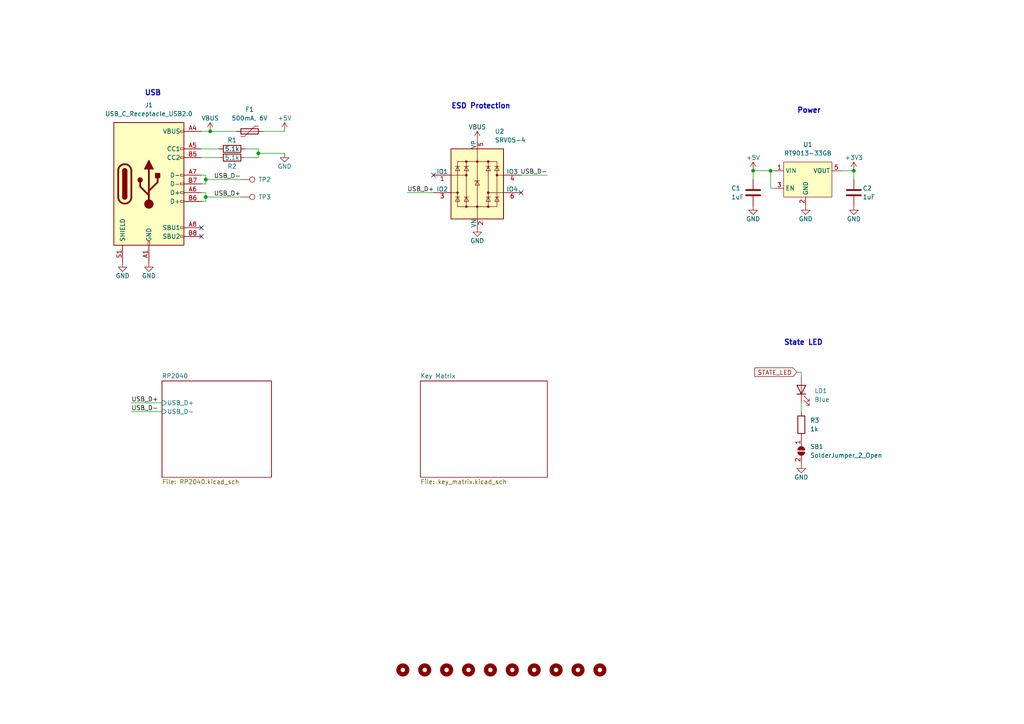
<source format=kicad_sch>
(kicad_sch (version 20230121) (generator eeschema)
  (paper "A4")
  (title_block (title "Calcite52 Keyboard") (rev "1.0") (comment 1 "MIT License (Open source hardware)"))
  (lib_symbols
    (symbol "Connector:TestPoint" (pin_numbers hide) (pin_names (offset 0.762) hide)
      (property "Reference" "TP" (at 0 6.858 0))
      (property "Value" "TestPoint" (at 0 5.08 0))
      (symbol "TestPoint_0_1"
        (circle (center 0 3.302) (radius 0.762))
      )
      (symbol "TestPoint_1_1"
        (pin passive line (at 0 0 90) (length 2.54) (name "1") (number "1"))
      )
    )
    (symbol "Connector:USB_C_Receptacle_USB2.0" (pin_names (offset 1.016))
      (property "Reference" "J" (at -10.16 19.05 0))
      (property "Value" "USB_C_Receptacle_USB2.0" (at 19.05 19.05 0))
      (symbol "USB_C_Receptacle_USB2.0_0_0"
        (rectangle (start -0.254 -17.78) (end 0.254 -16.764))
        (rectangle (start 10.16 -14.986) (end 9.144 -15.494))
        (rectangle (start 10.16 -12.446) (end 9.144 -12.954))
        (rectangle (start 10.16 -4.826) (end 9.144 -5.334))
        (rectangle (start 10.16 -2.286) (end 9.144 -2.794))
        (rectangle (start 10.16 0.254) (end 9.144 -0.254))
        (rectangle (start 10.16 2.794) (end 9.144 2.286))
        (rectangle (start 10.16 7.874) (end 9.144 7.366))
        (rectangle (start 10.16 10.414) (end 9.144 9.906))
        (rectangle (start 10.16 15.494) (end 9.144 14.986))
      )
      (symbol "USB_C_Receptacle_USB2.0_0_1"
        (rectangle (start -10.16 17.78) (end 10.16 -17.78) (stroke (width 0.254)) (fill (type background)))
        (arc (start -8.89 -3.81) (mid -6.985 -5.7067) (end -5.08 -3.81) (stroke (width 0.508)))
        (arc (start -7.62 -3.81) (mid -6.985 -4.4423) (end -6.35 -3.81) (stroke (width 0.254)))
        (arc (start -7.62 -3.81) (mid -6.985 -4.4423) (end -6.35 -3.81) (stroke (width 0.254)) (fill (type outline)))
        (rectangle (start -7.62 -3.81) (end -6.35 3.81) (stroke (width 0.254)) (fill (type outline)))
        (arc (start -6.35 3.81) (mid -6.985 4.4423) (end -7.62 3.81) (stroke (width 0.254)))
        (arc (start -6.35 3.81) (mid -6.985 4.4423) (end -7.62 3.81) (stroke (width 0.254)) (fill (type outline)))
        (arc (start -5.08 3.81) (mid -6.985 5.7067) (end -8.89 3.81) (stroke (width 0.508)))
        (circle (center -2.54 1.143) (radius 0.635) (stroke (width 0.254)) (fill (type outline)))
        (circle (center 0 -5.842) (radius 1.27) (fill (type outline)))
        (polyline (pts (xy -8.89 -3.81) (xy -8.89 3.81)) (stroke (width 0.508)))
        (polyline (pts (xy -5.08 3.81) (xy -5.08 -3.81)) (stroke (width 0.508)))
        (polyline (pts (xy 0 -5.842) (xy 0 4.318)) (stroke (width 0.508)))
        (polyline (pts (xy 0 -3.302) (xy -2.54 -0.762) (xy -2.54 0.508)) (stroke (width 0.508)))
        (polyline (pts (xy 0 -2.032) (xy 2.54 0.508) (xy 2.54 1.778)) (stroke (width 0.508)))
        (polyline (pts (xy -1.27 4.318) (xy 0 6.858) (xy 1.27 4.318) (xy -1.27 4.318)) (stroke (width 0.254)) (fill (type outline)))
        (rectangle (start 1.905 1.778) (end 3.175 3.048) (stroke (width 0.254)) (fill (type outline)))
      )
      (symbol "USB_C_Receptacle_USB2.0_1_1"
        (pin passive line (at 0 -22.86 90) (length 5.08) (name "GND") (number "A1"))
        (pin passive line (at 0 -22.86 90) (length 5.08) hide (name "GND") (number "A12"))
        (pin passive line (at 15.24 15.24 180) (length 5.08) (name "VBUS") (number "A4"))
        (pin bidirectional line (at 15.24 10.16 180) (length 5.08) (name "CC1") (number "A5"))
        (pin bidirectional line (at 15.24 -2.54 180) (length 5.08) (name "D+") (number "A6"))
        (pin bidirectional line (at 15.24 2.54 180) (length 5.08) (name "D-") (number "A7"))
        (pin bidirectional line (at 15.24 -12.7 180) (length 5.08) (name "SBU1") (number "A8"))
        (pin passive line (at 15.24 15.24 180) (length 5.08) hide (name "VBUS") (number "A9"))
        (pin passive line (at 0 -22.86 90) (length 5.08) hide (name "GND") (number "B1"))
        (pin passive line (at 0 -22.86 90) (length 5.08) hide (name "GND") (number "B12"))
        (pin passive line (at 15.24 15.24 180) (length 5.08) hide (name "VBUS") (number "B4"))
        (pin bidirectional line (at 15.24 7.62 180) (length 5.08) (name "CC2") (number "B5"))
        (pin bidirectional line (at 15.24 -5.08 180) (length 5.08) (name "D+") (number "B6"))
        (pin bidirectional line (at 15.24 0 180) (length 5.08) (name "D-") (number "B7"))
        (pin bidirectional line (at 15.24 -15.24 180) (length 5.08) (name "SBU2") (number "B8"))
        (pin passive line (at 15.24 15.24 180) (length 5.08) hide (name "VBUS") (number "B9"))
        (pin passive line (at -7.62 -22.86 90) (length 5.08) (name "SHIELD") (number "S1"))
      )
    )
    (symbol "Device:C" (pin_numbers hide) (pin_names (offset 0.254))
      (property "Reference" "C" (at 0.635 2.54 0))
      (property "Value" "C" (at 0.635 -2.54 0))
      (symbol "C_0_1"
        (polyline (pts (xy -2.032 -0.762) (xy 2.032 -0.762)) (stroke (width 0.508)))
        (polyline (pts (xy -2.032 0.762) (xy 2.032 0.762)) (stroke (width 0.508)))
      )
      (symbol "C_1_1"
        (pin passive line (at 0 3.81 270) (length 2.794) (name "~") (number "1"))
        (pin passive line (at 0 -3.81 90) (length 2.794) (name "~") (number "2"))
      )
    )
    (symbol "Device:LED" (pin_numbers hide) (pin_names (offset 1.016) hide)
      (property "Reference" "D" (at 0 2.54 0))
      (property "Value" "LED" (at 0 -2.54 0))
      (symbol "LED_0_1"
        (polyline (pts (xy -1.27 -1.27) (xy -1.27 1.27)) (stroke (width 0.254)))
        (polyline (pts (xy -1.27 0) (xy 1.27 0)))
        (polyline (pts (xy 1.27 -1.27) (xy 1.27 1.27) (xy -1.27 0) (xy 1.27 -1.27)) (stroke (width 0.254)))
        (polyline (pts (xy -3.048 -0.762) (xy -4.572 -2.286) (xy -3.81 -2.286) (xy -4.572 -2.286) (xy -4.572 -1.524)))
        (polyline (pts (xy -1.778 -0.762) (xy -3.302 -2.286) (xy -2.54 -2.286) (xy -3.302 -2.286) (xy -3.302 -1.524)))
      )
      (symbol "LED_1_1"
        (pin passive line (at -3.81 0 0) (length 2.54) (name "K") (number "1"))
        (pin passive line (at 3.81 0 180) (length 2.54) (name "A") (number "2"))
      )
    )
    (symbol "Device:Polyfuse" (pin_numbers hide) (pin_names (offset 0))
      (property "Reference" "F" (at -2.54 0 90))
      (property "Value" "Polyfuse" (at 2.54 0 90))
      (symbol "Polyfuse_0_1"
        (rectangle (start -0.762 2.54) (end 0.762 -2.54) (stroke (width 0.254)))
        (polyline (pts (xy 0 2.54) (xy 0 -2.54)))
        (polyline (pts (xy -1.524 2.54) (xy -1.524 1.524) (xy 1.524 -1.524) (xy 1.524 -2.54)))
      )
      (symbol "Polyfuse_1_1"
        (pin passive line (at 0 3.81 270) (length 1.27) (name "~") (number "1"))
        (pin passive line (at 0 -3.81 90) (length 1.27) (name "~") (number "2"))
      )
    )
    (symbol "Device:R" (pin_numbers hide) (pin_names (offset 0))
      (property "Reference" "R" (at 2.032 0 90))
      (property "Value" "R" (at 0 0 90))
      (symbol "R_0_1"
        (rectangle (start -1.016 -2.54) (end 1.016 2.54) (stroke (width 0.254)))
      )
      (symbol "R_1_1"
        (pin passive line (at 0 3.81 270) (length 1.27) (name "~") (number "1"))
        (pin passive line (at 0 -3.81 90) (length 1.27) (name "~") (number "2"))
      )
    )
    (symbol "Jumper:SolderJumper_2_Open" (pin_names (offset 0) hide)
      (property "Reference" "JP" (at 0 2.032 0))
      (property "Value" "SolderJumper_2_Open" (at 0 -2.54 0))
      (symbol "SolderJumper_2_Open_0_1"
        (arc (start -0.254 1.016) (mid -1.2656 0) (end -0.254 -1.016))
        (arc (start -0.254 1.016) (mid -1.2656 0) (end -0.254 -1.016) (fill (type outline)))
        (polyline (pts (xy -0.254 1.016) (xy -0.254 -1.016)))
        (polyline (pts (xy 0.254 1.016) (xy 0.254 -1.016)))
        (arc (start 0.254 -1.016) (mid 1.2656 0) (end 0.254 1.016))
        (arc (start 0.254 -1.016) (mid 1.2656 0) (end 0.254 1.016) (fill (type outline)))
      )
      (symbol "SolderJumper_2_Open_1_1"
        (pin passive line (at -3.81 0 0) (length 2.54) (name "A") (number "1"))
        (pin passive line (at 3.81 0 180) (length 2.54) (name "B") (number "2"))
      )
    )
    (symbol "Mechanical:MountingHole" (pin_names (offset 1.016))
      (property "Reference" "H" (at 0 5.08 0))
      (property "Value" "MountingHole" (at 0 3.175 0))
      (symbol "MountingHole_0_1"
        (circle (center 0 0) (radius 1.27) (stroke (width 1.27)))
      )
    )
    (symbol "Power_Protection:SRV05-4" (pin_names (offset 0))
      (property "Reference" "U" (at -5.08 11.43 0))
      (property "Value" "SRV05-4" (at 2.54 11.43 0))
      (symbol "SRV05-4_0_0"
        (rectangle (start -5.715 6.477) (end 5.715 -6.604))
        (polyline (pts (xy -3.175 -6.604) (xy -3.175 6.477)))
        (polyline (pts (xy 3.175 6.477) (xy 3.175 -6.604)))
      )
      (symbol "SRV05-4_0_1"
        (rectangle (start -7.62 10.16) (end 7.62 -10.16) (stroke (width 0.254)) (fill (type background)))
        (circle (center -5.715 -2.54) (radius 0.2794) (fill (type outline)))
        (circle (center -3.175 -6.604) (radius 0.2794) (fill (type outline)))
        (circle (center -3.175 2.54) (radius 0.2794) (fill (type outline)))
        (circle (center -3.175 6.477) (radius 0.2794) (fill (type outline)))
        (circle (center 0 -6.604) (radius 0.2794) (fill (type outline)))
        (polyline (pts (xy -7.747 2.54) (xy -3.175 2.54)))
        (polyline (pts (xy -7.62 -2.54) (xy -5.715 -2.54)))
        (polyline (pts (xy -5.08 -3.81) (xy -6.35 -3.81)))
        (polyline (pts (xy -5.08 5.08) (xy -6.35 5.08)))
        (polyline (pts (xy -2.54 -3.81) (xy -3.81 -3.81)))
        (polyline (pts (xy -2.54 5.08) (xy -3.81 5.08)))
        (polyline (pts (xy 0 10.16) (xy 0 -10.16)))
        (polyline (pts (xy 3.81 -3.81) (xy 2.54 -3.81)))
        (polyline (pts (xy 3.81 5.08) (xy 2.54 5.08)))
        (polyline (pts (xy 6.35 -3.81) (xy 5.08 -3.81)))
        (polyline (pts (xy 6.35 5.08) (xy 5.08 5.08)))
        (polyline (pts (xy 7.62 -2.54) (xy 3.175 -2.54)))
        (polyline (pts (xy 7.62 2.54) (xy 5.715 2.54)))
        (polyline (pts (xy 0.635 0.889) (xy -0.635 0.889) (xy -0.635 0.635)))
        (polyline (pts (xy -5.08 -5.08) (xy -6.35 -5.08) (xy -5.715 -3.81) (xy -5.08 -5.08)))
        (polyline (pts (xy -5.08 3.81) (xy -6.35 3.81) (xy -5.715 5.08) (xy -5.08 3.81)))
        (polyline (pts (xy -2.54 -5.08) (xy -3.81 -5.08) (xy -3.175 -3.81) (xy -2.54 -5.08)))
        (polyline (pts (xy -2.54 3.81) (xy -3.81 3.81) (xy -3.175 5.08) (xy -2.54 3.81)))
        (polyline (pts (xy 0.635 -0.381) (xy -0.635 -0.381) (xy 0 0.889) (xy 0.635 -0.381)))
        (polyline (pts (xy 3.81 -5.08) (xy 2.54 -5.08) (xy 3.175 -3.81) (xy 3.81 -5.08)))
        (polyline (pts (xy 3.81 3.81) (xy 2.54 3.81) (xy 3.175 5.08) (xy 3.81 3.81)))
        (polyline (pts (xy 6.35 -5.08) (xy 5.08 -5.08) (xy 5.715 -3.81) (xy 6.35 -5.08)))
        (polyline (pts (xy 6.35 3.81) (xy 5.08 3.81) (xy 5.715 5.08) (xy 6.35 3.81)))
        (circle (center 0 6.477) (radius 0.2794) (fill (type outline)))
        (circle (center 3.175 -6.604) (radius 0.2794) (fill (type outline)))
        (circle (center 3.175 -2.54) (radius 0.2794) (fill (type outline)))
        (circle (center 3.175 6.477) (radius 0.2794) (fill (type outline)))
        (circle (center 5.715 2.54) (radius 0.2794) (fill (type outline)))
      )
      (symbol "SRV05-4_1_1"
        (pin passive line (at -12.7 2.54 0) (length 5.08) (name "IO1") (number "1"))
        (pin passive line (at 0 -12.7 90) (length 2.54) (name "VN") (number "2"))
        (pin passive line (at -12.7 -2.54 0) (length 5.08) (name "IO2") (number "3"))
        (pin passive line (at 12.7 2.54 180) (length 5.08) (name "IO3") (number "4"))
        (pin passive line (at 0 12.7 270) (length 2.54) (name "VP") (number "5"))
        (pin passive line (at 12.7 -2.54 180) (length 5.08) (name "IO4") (number "6"))
      )
    )
    (symbol "power:+3V3" (power) (pin_names (offset 0))
      (property "Value" "+3V3" (at 0 3.556 0))
      (symbol "+3V3_0_1"
        (polyline (pts (xy -0.762 1.27) (xy 0 2.54)))
        (polyline (pts (xy 0 0) (xy 0 2.54)))
        (polyline (pts (xy 0 2.54) (xy 0.762 1.27)))
      )
      (symbol "+3V3_1_1"
        (pin power_in line (at 0 0 90) (length 0) hide (name "+3V3") (number "1"))
      )
    )
    (symbol "power:+5V" (power) (pin_names (offset 0))
      (property "Value" "+5V" (at 0 3.556 0))
      (symbol "+5V_0_1"
        (polyline (pts (xy -0.762 1.27) (xy 0 2.54)))
        (polyline (pts (xy 0 0) (xy 0 2.54)))
        (polyline (pts (xy 0 2.54) (xy 0.762 1.27)))
      )
      (symbol "+5V_1_1"
        (pin power_in line (at 0 0 90) (length 0) hide (name "+5V") (number "1"))
      )
    )
    (symbol "power:GND" (power) (pin_names (offset 0))
      (property "Value" "GND" (at 0 -3.81 0))
      (symbol "GND_0_1"
        (polyline (pts (xy 0 0) (xy 0 -1.27) (xy 1.27 -1.27) (xy 0 -2.54) (xy -1.27 -1.27) (xy 0 -1.27)))
      )
      (symbol "GND_1_1"
        (pin power_in line (at 0 0 270) (length 0) hide (name "GND") (number "1"))
      )
    )
    (symbol "power:VBUS" (power) (pin_names (offset 0))
      (property "Value" "VBUS" (at 0 3.81 0))
      (symbol "VBUS_0_1"
        (polyline (pts (xy -0.762 1.27) (xy 0 2.54)))
        (polyline (pts (xy 0 0) (xy 0 2.54)))
        (polyline (pts (xy 0 2.54) (xy 0.762 1.27)))
      )
      (symbol "VBUS_1_1"
        (pin power_in line (at 0 0 90) (length 0) hide (name "VBUS") (number "1"))
      )
    )
    (symbol "rp-micro:RT9013-33GB"
      (property "Reference" "U?" (at 0 8.89 0))
      (property "Value" "RT9013-33GB" (at 0 6.35 0))
      (symbol "RT9013-33GB_0_0"
        (pin no_connect non_logic (at 10.16 -2.54 180) (length 2.54) hide (name "NC") (number "4"))
      )
      (symbol "RT9013-33GB_0_1"
        (rectangle (start -6.35 5.08) (end 7.62 -5.08) (fill (type background)))
      )
      (symbol "RT9013-33GB_1_1"
        (pin power_in line (at -8.89 2.54 0) (length 2.54) (name "VIN") (number "1"))
        (pin power_in line (at 0 -7.62 90) (length 2.54) (name "GND") (number "2"))
        (pin input line (at -8.89 -2.54 0) (length 2.54) (name "EN") (number "3"))
        (pin power_out line (at 10.16 2.54 180) (length 2.54) (name "VOUT") (number "5"))
      )
    )
  )
  (junction (at 59.69 57.15))
  (junction (at 60.96 38.1))
  (junction (at 218.44 49.53))
  (junction (at 247.65 49.53))
  (junction (at 59.69 52.07))
  (junction (at 223.52 49.53))
  (junction (at 74.93 44.45))
  (no_connect (at 58.42 68.58))
  (no_connect (at 125.73 50.8))
  (no_connect (at 151.13 55.88))
  (no_connect (at 58.42 66.04))
  (wire (pts (xy 38.1 116.84) (xy 46.99 116.84)))
  (wire (pts (xy 74.93 45.72) (xy 71.12 45.72)))
  (wire (pts (xy 58.42 38.1) (xy 60.96 38.1)))
  (wire (pts (xy 243.84 49.53) (xy 247.65 49.53)))
  (wire (pts (xy 223.52 49.53) (xy 224.79 49.53)))
  (wire (pts (xy 82.55 38.1) (xy 76.2 38.1)))
  (wire (pts (xy 232.41 109.22) (xy 232.41 107.95)))
  (wire (pts (xy 59.69 52.07) (xy 59.69 53.34)))
  (wire (pts (xy 58.42 45.72) (xy 63.5 45.72)))
  (wire (pts (xy 59.69 53.34) (xy 58.42 53.34)))
  (wire (pts (xy 218.44 49.53) (xy 223.52 49.53)))
  (wire (pts (xy 74.93 43.18) (xy 74.93 44.45)))
  (wire (pts (xy 59.69 50.8) (xy 59.69 52.07)))
  (wire (pts (xy 158.75 50.8) (xy 151.13 50.8)))
  (wire (pts (xy 59.69 55.88) (xy 59.69 57.15)))
  (wire (pts (xy 74.93 44.45) (xy 74.93 45.72)))
  (wire (pts (xy 247.65 49.53) (xy 247.65 52.07)))
  (wire (pts (xy 224.79 54.61) (xy 223.52 54.61)))
  (wire (pts (xy 63.5 43.18) (xy 58.42 43.18)))
  (wire (pts (xy 74.93 44.45) (xy 82.55 44.45)))
  (wire (pts (xy 223.52 54.61) (xy 223.52 49.53)))
  (wire (pts (xy 58.42 50.8) (xy 59.69 50.8)))
  (wire (pts (xy 38.1 119.38) (xy 46.99 119.38)))
  (wire (pts (xy 218.44 49.53) (xy 218.44 52.07)))
  (wire (pts (xy 59.69 52.07) (xy 69.85 52.07)))
  (wire (pts (xy 58.42 55.88) (xy 59.69 55.88)))
  (wire (pts (xy 74.93 43.18) (xy 71.12 43.18)))
  (wire (pts (xy 68.58 38.1) (xy 60.96 38.1)))
  (wire (pts (xy 59.69 57.15) (xy 69.85 57.15)))
  (wire (pts (xy 59.69 57.15) (xy 59.69 58.42)))
  (wire (pts (xy 231.14 107.95) (xy 232.41 107.95)))
  (wire (pts (xy 118.11 55.88) (xy 125.73 55.88)))
  (wire (pts (xy 58.42 58.42) (xy 59.69 58.42)))
  (wire (pts (xy 232.41 119.38) (xy 232.41 116.84)))
  (text "ESD Protection" (at 130.81 31.75 0) (effects (font (size 1.5 1.5) (thickness 0.3) bold) (justify left bottom)))
  (text "State LED" (at 227.33 100.33 0) (effects (font (size 1.5 1.5) (thickness 0.3) bold) (justify left bottom)))
  (text "USB" (at 41.91 27.94 0) (effects (font (size 1.5 1.5) (thickness 0.3) bold) (justify left bottom)))
  (text "Power\n" (at 231.14 33.02 0) (effects (font (size 1.5 1.5) (thickness 0.3) bold) (justify left bottom)))
  (label "USB_D-" (at 69.85 52.07 180))
  (label "USB_D+" (at 69.85 57.15 180))
  (label "USB_D+" (at 38.1 116.84 0))
  (label "USB_D-" (at 158.75 50.8 180))
  (label "USB_D-" (at 38.1 119.38 0))
  (label "USB_D+" (at 118.11 55.88 0))
  (global_label "STATE_LED" (shape input) (at 231.14 107.95 180) (property "Intersheetrefs" "${INTERSHEET_REFS}" (effects hide)))
  (symbol (lib_id "power:+5V") (at 218.44 49.53 0) (unit 1)
    (property "Reference" "#PWR05" (effects hide))
    (property "Value" "+5V" (at 218.44 45.72 0))
  )
  (symbol (lib_id "Connector:TestPoint") (at 69.85 52.07 270) (unit 1) (in_bom no)
    (property "Reference" "TP2" (at 74.93 52.07 90) (effects (justify left)))
    (property "Value" "TestPoint" (effects hide))
    (property "Footprint" "TestPoint:TestPoint_Pad_1.5x1.5mm" (effects hide))
  )
  (symbol (lib_id "Mechanical:MountingHole") (at 142.24 194.31 0) (unit 1) (in_bom no)
    (property "Reference" "H1" (effects hide))
    (property "Value" "MountingHole" (effects hide))
    (property "Footprint" "MountingHole:MountingHole_2.2mm_M2" (effects hide))
  )
  (symbol (lib_id "Mechanical:MountingHole") (at 116.84 194.31 0) (unit 1) (in_bom no)
    (property "Reference" "H7" (effects hide))
    (property "Value" "MountingHole" (effects hide))
    (property "Footprint" "MountingHole:MountingHole_2.2mm_M2" (effects hide))
  )
  (symbol (lib_id "Mechanical:MountingHole") (at 173.99 194.31 0) (unit 1) (in_bom no)
    (property "Reference" "H6" (effects hide))
    (property "Value" "MountingHole" (effects hide))
    (property "Footprint" "MountingHole:MountingHole_2.2mm_M2" (effects hide))
  )
  (symbol (lib_id "power:VBUS") (at 60.96 38.1 0) (unit 1)
    (property "Reference" "#PWR01" (effects hide))
    (property "Value" "VBUS" (at 60.96 34.29 0))
  )
  (symbol (lib_id "power:GND") (at 218.44 59.69 0) (unit 1)
    (property "Reference" "#PWR07" (effects hide))
    (property "Value" "GND" (at 218.44 63.5 0))
  )
  (symbol (lib_id "power:+5V") (at 82.55 38.1 0) (unit 1)
    (property "Reference" "#PWR02" (effects hide))
    (property "Value" "+5V" (at 82.55 34.29 0))
  )
  (symbol (lib_id "power:GND") (at 138.43 66.04 0) (unit 1)
    (property "Reference" "#PWR011" (effects hide))
    (property "Value" "GND" (at 138.43 69.85 0))
  )
  (symbol (lib_id "Mechanical:MountingHole") (at 154.94 194.31 0) (unit 1) (in_bom no)
    (property "Reference" "H3" (effects hide))
    (property "Value" "MountingHole" (effects hide))
    (property "Footprint" "MountingHole:MountingHole_2.2mm_M2" (effects hide))
  )
  (symbol (lib_id "Jumper:SolderJumper_2_Open") (at 232.41 130.81 270) (unit 1)
    (property "Reference" "SB1" (at 234.95 129.5399 90) (effects (justify left)))
    (property "Value" "SolderJumper_2_Open" (at 234.95 132.0799 90) (effects (justify left)))
    (property "Footprint" "Jumper:SolderJumper-2_P1.3mm_Open_TrianglePad1.0x1.5mm" (effects hide))
  )
  (symbol (lib_id "Mechanical:MountingHole") (at 123.19 194.31 0) (unit 1) (in_bom no)
    (property "Reference" "H8" (effects hide))
    (property "Value" "MountingHole" (effects hide))
    (property "Footprint" "MountingHole:MountingHole_2.2mm_M2" (effects hide))
  )
  (symbol (lib_id "Device:LED") (at 232.41 113.03 90) (unit 1)
    (property "Reference" "LD1" (at 236.22 113.3474 90) (effects (justify right)))
    (property "Value" "Blue" (at 236.22 115.8874 90) (effects (justify right)))
    (property "Footprint" "LED_SMD:LED_0603_1608Metric" (effects hide))
    (property "LCSC" "C72043" (effects hide))
    (property "MFR. Part #" "19-217/GHC-YR1S2/3T" (effects hide))
  )
  (symbol (lib_id "Mechanical:MountingHole") (at 129.54 194.31 0) (unit 1) (in_bom no)
    (property "Reference" "H9" (effects hide))
    (property "Value" "MountingHole" (effects hide))
    (property "Footprint" "MountingHole:MountingHole_2.2mm_M2" (effects hide))
  )
  (symbol (lib_id "power:GND") (at 233.68 59.69 0) (unit 1)
    (property "Reference" "#PWR08" (effects hide))
    (property "Value" "GND" (at 233.68 63.5 0))
  )
  (symbol (lib_id "Device:R") (at 232.41 123.19 0) (mirror y) (unit 1)
    (property "Reference" "R3" (at 234.95 121.92 0) (effects (justify right)))
    (property "Value" "1k" (at 234.95 124.46 0) (effects (justify right)))
    (property "Footprint" "Resistor_SMD:R_0402_1005Metric" (effects hide))
    (property "MFR. Part #" "0402WGF1001TCE " (effects hide))
    (property "LCSC" "C11702" (effects hide))
  )
  (symbol (lib_id "power:GND") (at 247.65 59.69 0) (unit 1)
    (property "Reference" "#PWR09" (effects hide))
    (property "Value" "GND" (at 247.65 63.5 0))
  )
  (symbol (lib_id "Mechanical:MountingHole") (at 161.29 194.31 0) (unit 1) (in_bom no)
    (property "Reference" "H4" (effects hide))
    (property "Value" "MountingHole" (effects hide))
    (property "Footprint" "MountingHole:MountingHole_2.2mm_M2" (effects hide))
  )
  (symbol (lib_id "Device:R") (at 67.31 45.72 90) (unit 1)
    (property "Reference" "R2" (at 67.31 48.26 90))
    (property "Value" "5.1k" (at 67.31 45.72 90))
    (property "Footprint" "Resistor_SMD:R_0402_1005Metric" (effects hide))
    (property "MFR. Part #" "0402WGF5101TCE" (effects hide))
    (property "LCSC" "C25905" (effects hide))
  )
  (symbol (lib_id "power:GND") (at 82.55 44.45 0) (unit 1)
    (property "Reference" "#PWR03" (effects hide))
    (property "Value" "GND" (at 82.55 48.26 0))
  )
  (symbol (lib_id "Mechanical:MountingHole") (at 135.89 194.31 0) (unit 1) (in_bom no)
    (property "Reference" "H10" (effects hide))
    (property "Value" "MountingHole" (effects hide))
    (property "Footprint" "MountingHole:MountingHole_2.2mm_M2" (effects hide))
  )
  (symbol (lib_id "Connector:TestPoint") (at 69.85 57.15 270) (unit 1) (in_bom no)
    (property "Reference" "TP3" (at 74.93 57.15 90) (effects (justify left)))
    (property "Value" "TestPoint" (effects hide))
    (property "Footprint" "TestPoint:TestPoint_Pad_1.5x1.5mm" (effects hide))
  )
  (symbol (lib_id "Connector:USB_C_Receptacle_USB2.0") (at 43.18 53.34 0) (unit 1)
    (property "Reference" "J1" (at 43.18 30.48 0))
    (property "Value" "USB_C_Receptacle_USB2.0" (at 43.18 33.02 0))
    (property "Footprint" "Connector_USB:USB_C_Receptacle_HRO_TYPE-C-31-M-12" (effects hide))
    (property "Datasheet" "https://www.usb.org/sites/default/files/documents/usb_type-c.zip" (effects hide))
    (property "MFR. Part #" "TYPE-C-31-M-12" (effects hide))
    (property "LCSC" "C165948" (effects hide))
  )
  (symbol (lib_id "Mechanical:MountingHole") (at 148.59 194.31 0) (unit 1) (in_bom no)
    (property "Reference" "H2" (effects hide))
    (property "Value" "MountingHole" (effects hide))
    (property "Footprint" "MountingHole:MountingHole_2.2mm_M2" (effects hide))
  )
  (symbol (lib_id "power:+3V3") (at 247.65 49.53 0) (unit 1)
    (property "Reference" "#PWR06" (effects hide))
    (property "Value" "+3V3" (at 247.65 45.72 0))
  )
  (symbol (lib_id "Power_Protection:SRV05-4") (at 138.43 53.34 0) (unit 1)
    (property "Reference" "U2" (at 143.51 38.1 0) (effects (justify left)))
    (property "Value" "SRV05-4" (at 143.51 40.64 0) (effects (justify left)))
    (property "Footprint" "Package_TO_SOT_SMD:SOT-23-6" (effects hide))
    (property "Datasheet" "http://www.onsemi.com/pub/Collateral/SRV05-4-D.PDF" (effects hide))
    (property "LCSC" "C85364" (effects hide))
    (property "MFR. Part #" "SRV05-4-P-T7" (effects hide))
  )
  (symbol (lib_id "power:GND") (at 35.56 76.2 0) (unit 1)
    (property "Reference" "#PWR012" (effects hide))
    (property "Value" "GND" (at 35.56 80.01 0))
  )
  (symbol (lib_id "power:VBUS") (at 138.43 40.64 0) (unit 1)
    (property "Reference" "#PWR0102" (effects hide))
    (property "Value" "VBUS" (at 138.43 36.83 0))
  )
  (symbol (lib_id "power:GND") (at 232.41 134.62 0) (unit 1)
    (property "Reference" "#PWR0101" (effects hide))
    (property "Value" "GND" (at 232.41 138.43 0))
  )
  (symbol (lib_id "Device:C") (at 247.65 55.88 0) (unit 1)
    (property "Reference" "C2" (at 250.19 54.61 0) (effects (justify left)))
    (property "Value" "1uF" (at 250.19 57.15 0) (effects (justify left)))
    (property "Footprint" "Capacitor_SMD:C_0402_1005Metric" (effects hide))
    (property "MFR. Part #" "CL05A105KA5NQNC" (effects hide))
    (property "LCSC" "C52923" (effects hide))
  )
  (symbol (lib_id "Mechanical:MountingHole") (at 167.64 194.31 0) (unit 1) (in_bom no)
    (property "Reference" "H5" (effects hide))
    (property "Value" "MountingHole" (effects hide))
    (property "Footprint" "MountingHole:MountingHole_2.2mm_M2" (effects hide))
  )
  (symbol (lib_id "rp-micro:RT9013-33GB") (at 233.68 52.07 0) (unit 1)
    (property "Reference" "U1" (at 234.315 41.91 0))
    (property "Value" "RT9013-33GB" (at 234.315 44.45 0))
    (property "Footprint" "Package_TO_SOT_SMD:SOT-23-5" (effects hide))
    (property "MFR. Part #" "RT9013-33GB" (effects hide))
    (property "LCSC" "C47773" (effects hide))
  )
  (symbol (lib_id "Device:Polyfuse") (at 72.39 38.1 90) (unit 1)
    (property "Reference" "F1" (at 72.39 31.75 90))
    (property "Value" "500mA, 6V" (at 72.39 34.29 90))
    (property "Footprint" "Fuse:Fuse_0805_2012Metric" (effects hide))
    (property "MFR. Part #" "SMD0805B050TF" (effects hide))
    (property "LCSC" "C269104" (effects hide))
  )
  (symbol (lib_id "power:GND") (at 43.18 76.2 0) (unit 1)
    (property "Reference" "#PWR013" (effects hide))
    (property "Value" "GND" (at 43.18 80.01 0))
  )
  (symbol (lib_id "Device:R") (at 67.31 43.18 90) (unit 1)
    (property "Reference" "R1" (at 67.31 40.64 90))
    (property "Value" "5.1k" (at 67.31 43.18 90))
    (property "Footprint" "Resistor_SMD:R_0402_1005Metric" (effects hide))
    (property "MFR. Part #" "0402WGF5101TCE" (effects hide))
    (property "LCSC" "C25905" (effects hide))
  )
  (symbol (lib_id "Device:C") (at 218.44 55.88 0) (unit 1)
    (property "Reference" "C1" (at 212.09 54.61 0) (effects (justify left)))
    (property "Value" "1uF" (at 212.09 57.15 0) (effects (justify left)))
    (property "Footprint" "Capacitor_SMD:C_0402_1005Metric" (effects hide))
    (property "MFR. Part #" "CL05A105KA5NQNC" (effects hide))
    (property "LCSC" "C52923" (effects hide))
  )
  (sheet (at 46.99 110.49) (size 31.75 27.94) (stroke (width 0.1524))
    (property "Sheetname" "RP2040" (at 46.99 109.7784 0) (effects (justify left bottom)))
    (property "Sheetfile" "RP2040.kicad_sch" (at 46.99 139.0146 0) (effects (justify left top)))
    (pin "USB_D+" input (at 46.99 116.84 180))
    (pin "USB_D-" input (at 46.99 119.38 180))
  )
  (sheet (at 121.92 110.49) (size 36.83 27.94) (stroke (width 0.1524))
    (property "Sheetname" "Key Matrix" (at 121.92 109.7784 0) (effects (justify left bottom)))
    (property "Sheetfile" "key_matrix.kicad_sch" (at 121.92 139.0146 0) (effects (justify left top)))
  )
)
</source>
